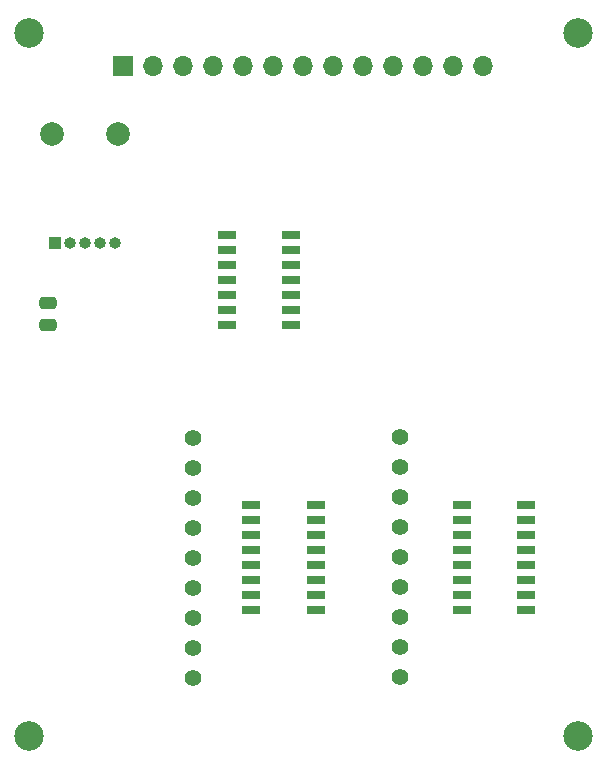
<source format=gbr>
%TF.GenerationSoftware,KiCad,Pcbnew,(6.0.5)*%
%TF.CreationDate,2022-08-15T12:20:03+02:00*%
%TF.ProjectId,Keypad,4b657970-6164-42e6-9b69-6361645f7063,rev?*%
%TF.SameCoordinates,Original*%
%TF.FileFunction,Soldermask,Top*%
%TF.FilePolarity,Negative*%
%FSLAX46Y46*%
G04 Gerber Fmt 4.6, Leading zero omitted, Abs format (unit mm)*
G04 Created by KiCad (PCBNEW (6.0.5)) date 2022-08-15 12:20:03*
%MOMM*%
%LPD*%
G01*
G04 APERTURE LIST*
G04 Aperture macros list*
%AMRoundRect*
0 Rectangle with rounded corners*
0 $1 Rounding radius*
0 $2 $3 $4 $5 $6 $7 $8 $9 X,Y pos of 4 corners*
0 Add a 4 corners polygon primitive as box body*
4,1,4,$2,$3,$4,$5,$6,$7,$8,$9,$2,$3,0*
0 Add four circle primitives for the rounded corners*
1,1,$1+$1,$2,$3*
1,1,$1+$1,$4,$5*
1,1,$1+$1,$6,$7*
1,1,$1+$1,$8,$9*
0 Add four rect primitives between the rounded corners*
20,1,$1+$1,$2,$3,$4,$5,0*
20,1,$1+$1,$4,$5,$6,$7,0*
20,1,$1+$1,$6,$7,$8,$9,0*
20,1,$1+$1,$8,$9,$2,$3,0*%
G04 Aperture macros list end*
%ADD10R,1.000000X1.000000*%
%ADD11O,1.000000X1.000000*%
%ADD12R,1.550000X0.650000*%
%ADD13C,2.000000*%
%ADD14C,1.400000*%
%ADD15C,2.500000*%
%ADD16R,1.700000X1.700000*%
%ADD17O,1.700000X1.700000*%
%ADD18RoundRect,0.250000X-0.475000X0.250000X-0.475000X-0.250000X0.475000X-0.250000X0.475000X0.250000X0*%
G04 APERTURE END LIST*
D10*
%TO.C,J2*%
X144450000Y-101000000D03*
D11*
X145720000Y-101000000D03*
X146990000Y-101000000D03*
X148260000Y-101000000D03*
X149530000Y-101000000D03*
%TD*%
D12*
%TO.C,IC1*%
X158975000Y-100330000D03*
X158975000Y-101600000D03*
X158975000Y-102870000D03*
X158975000Y-104140000D03*
X158975000Y-105410000D03*
X158975000Y-106680000D03*
X158975000Y-107950000D03*
X164425000Y-107950000D03*
X164425000Y-106680000D03*
X164425000Y-105410000D03*
X164425000Y-104140000D03*
X164425000Y-102870000D03*
X164425000Y-101600000D03*
X164425000Y-100330000D03*
%TD*%
D13*
%TO.C,H5*%
X149750000Y-91750000D03*
%TD*%
D12*
%TO.C,IC3*%
X178885000Y-123190000D03*
X178885000Y-124460000D03*
X178885000Y-125730000D03*
X178885000Y-127000000D03*
X178885000Y-128270000D03*
X178885000Y-129540000D03*
X178885000Y-130810000D03*
X178885000Y-132080000D03*
X184335000Y-132080000D03*
X184335000Y-130810000D03*
X184335000Y-129540000D03*
X184335000Y-128270000D03*
X184335000Y-127000000D03*
X184335000Y-125730000D03*
X184335000Y-124460000D03*
X184335000Y-123190000D03*
%TD*%
D14*
%TO.C,RN2*%
X173620000Y-117475000D03*
X173620000Y-120015000D03*
X173620000Y-122555000D03*
X173620000Y-125095000D03*
X173620000Y-127635000D03*
X173620000Y-130175000D03*
X173620000Y-132715000D03*
X173620000Y-135255000D03*
X173620000Y-137795000D03*
%TD*%
D15*
%TO.C,H4*%
X188750000Y-142750000D03*
%TD*%
%TO.C,H3*%
X188750000Y-83250000D03*
%TD*%
D16*
%TO.C,J1*%
X150220000Y-86000000D03*
D17*
X152760000Y-86000000D03*
X155300000Y-86000000D03*
X157840000Y-86000000D03*
X160380000Y-86000000D03*
X162920000Y-86000000D03*
X165460000Y-86000000D03*
X168000000Y-86000000D03*
X170540000Y-86000000D03*
X173080000Y-86000000D03*
X175620000Y-86000000D03*
X178160000Y-86000000D03*
X180700000Y-86000000D03*
%TD*%
D13*
%TO.C,H6*%
X144200000Y-91750000D03*
%TD*%
D15*
%TO.C,H1*%
X142250000Y-142750000D03*
%TD*%
D12*
%TO.C,IC2*%
X161037014Y-123200489D03*
X161037014Y-124470489D03*
X161037014Y-125740489D03*
X161037014Y-127010489D03*
X161037014Y-128280489D03*
X161037014Y-129550489D03*
X161037014Y-130820489D03*
X161037014Y-132090489D03*
X166487014Y-132090489D03*
X166487014Y-130820489D03*
X166487014Y-129550489D03*
X166487014Y-128280489D03*
X166487014Y-127010489D03*
X166487014Y-125740489D03*
X166487014Y-124470489D03*
X166487014Y-123200489D03*
%TD*%
D18*
%TO.C,C1*%
X143827500Y-106063500D03*
X143827500Y-107963500D03*
%TD*%
D14*
%TO.C,RN1*%
X156142014Y-117485489D03*
X156142014Y-120025489D03*
X156142014Y-122565489D03*
X156142014Y-125105489D03*
X156142014Y-127645489D03*
X156142014Y-130185489D03*
X156142014Y-132725489D03*
X156142014Y-135265489D03*
X156142014Y-137805489D03*
%TD*%
D15*
%TO.C,H2*%
X142250000Y-83250000D03*
%TD*%
M02*

</source>
